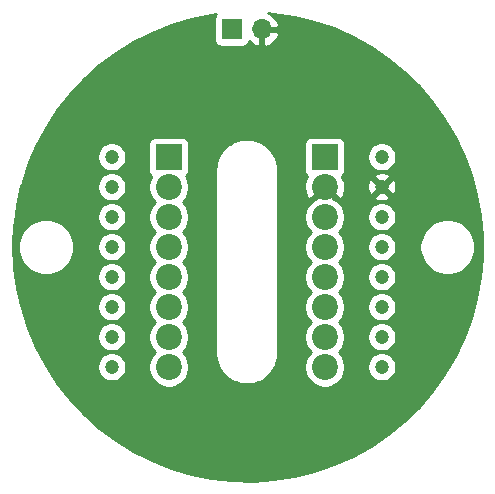
<source format=gtl>
%TF.GenerationSoftware,KiCad,Pcbnew,(5.1.9-0-10_14)*%
%TF.CreationDate,2024-01-22T23:17:15+01:00*%
%TF.ProjectId,berker-sensor,6265726b-6572-42d7-9365-6e736f722e6b,rev?*%
%TF.SameCoordinates,Original*%
%TF.FileFunction,Copper,L1,Top*%
%TF.FilePolarity,Positive*%
%FSLAX46Y46*%
G04 Gerber Fmt 4.6, Leading zero omitted, Abs format (unit mm)*
G04 Created by KiCad (PCBNEW (5.1.9-0-10_14)) date 2024-01-22 23:17:15*
%MOMM*%
%LPD*%
G01*
G04 APERTURE LIST*
%TA.AperFunction,ComponentPad*%
%ADD10C,1.200000*%
%TD*%
%TA.AperFunction,ComponentPad*%
%ADD11O,1.700000X1.700000*%
%TD*%
%TA.AperFunction,ComponentPad*%
%ADD12R,1.700000X1.700000*%
%TD*%
%TA.AperFunction,ComponentPad*%
%ADD13C,2.200000*%
%TD*%
%TA.AperFunction,ComponentPad*%
%ADD14R,2.200000X2.200000*%
%TD*%
%TA.AperFunction,Conductor*%
%ADD15C,0.254000*%
%TD*%
%TA.AperFunction,Conductor*%
%ADD16C,0.100000*%
%TD*%
G04 APERTURE END LIST*
D10*
%TO.P,U1,8*%
%TO.N,Net-(J4-Pad8)*%
X11430000Y-10160000D03*
%TO.P,U1,9*%
%TO.N,Net-(J3-Pad8)*%
X-11430000Y-10160000D03*
%TO.P,U1,7*%
%TO.N,Net-(J4-Pad7)*%
X11430000Y-7620000D03*
%TO.P,U1,10*%
%TO.N,Net-(J3-Pad7)*%
X-11430000Y-7620000D03*
%TO.P,U1,6*%
%TO.N,Net-(J4-Pad6)*%
X11430000Y-5080000D03*
%TO.P,U1,11*%
%TO.N,Net-(J3-Pad6)*%
X-11430000Y-5080000D03*
%TO.P,U1,5*%
%TO.N,Net-(J4-Pad5)*%
X11430000Y-2540000D03*
%TO.P,U1,12*%
%TO.N,Net-(J3-Pad5)*%
X-11430000Y-2540000D03*
%TO.P,U1,4*%
%TO.N,Net-(J4-Pad4)*%
X11430000Y0D03*
%TO.P,U1,13*%
%TO.N,Net-(J3-Pad4)*%
X-11430000Y0D03*
%TO.P,U1,3*%
%TO.N,Net-(J4-Pad3)*%
X11430000Y2540000D03*
%TO.P,U1,14*%
%TO.N,Net-(J3-Pad3)*%
X-11430000Y2540000D03*
%TO.P,U1,2*%
%TO.N,GND*%
X11430000Y5080000D03*
%TO.P,U1,15*%
%TO.N,Net-(J3-Pad2)*%
X-11430000Y5080000D03*
%TO.P,U1,1*%
%TO.N,Net-(J4-Pad1)*%
X11430000Y7620000D03*
%TO.P,U1,16*%
%TO.N,+3V3*%
X-11430000Y7620000D03*
%TD*%
D11*
%TO.P,J1,2*%
%TO.N,GND*%
X1280000Y18400000D03*
D12*
%TO.P,J1,1*%
%TO.N,+3V3*%
X-1260000Y18400000D03*
%TD*%
D13*
%TO.P,J4,8*%
%TO.N,Net-(J4-Pad8)*%
X6600000Y-10180000D03*
%TO.P,J4,7*%
%TO.N,Net-(J4-Pad7)*%
X6600000Y-7640000D03*
%TO.P,J4,6*%
%TO.N,Net-(J4-Pad6)*%
X6600000Y-5100000D03*
%TO.P,J4,5*%
%TO.N,Net-(J4-Pad5)*%
X6600000Y-2560000D03*
%TO.P,J4,4*%
%TO.N,Net-(J4-Pad4)*%
X6600000Y-20000D03*
%TO.P,J4,3*%
%TO.N,Net-(J4-Pad3)*%
X6600000Y2520000D03*
%TO.P,J4,2*%
%TO.N,GND*%
X6600000Y5060000D03*
D14*
%TO.P,J4,1*%
%TO.N,Net-(J4-Pad1)*%
X6600000Y7600000D03*
%TD*%
D13*
%TO.P,J3,8*%
%TO.N,Net-(J3-Pad8)*%
X-6600000Y-10180000D03*
%TO.P,J3,7*%
%TO.N,Net-(J3-Pad7)*%
X-6600000Y-7640000D03*
%TO.P,J3,6*%
%TO.N,Net-(J3-Pad6)*%
X-6600000Y-5100000D03*
%TO.P,J3,5*%
%TO.N,Net-(J3-Pad5)*%
X-6600000Y-2560000D03*
%TO.P,J3,4*%
%TO.N,Net-(J3-Pad4)*%
X-6600000Y-20000D03*
%TO.P,J3,3*%
%TO.N,Net-(J3-Pad3)*%
X-6600000Y2520000D03*
%TO.P,J3,2*%
%TO.N,Net-(J3-Pad2)*%
X-6600000Y5060000D03*
D14*
%TO.P,J3,1*%
%TO.N,+3V3*%
X-6600000Y7600000D03*
%TD*%
D15*
%TO.N,GND*%
X2270244Y19748979D02*
X4004438Y19478241D01*
X5707919Y19055294D01*
X7367353Y18483449D01*
X8969754Y17767180D01*
X10502581Y16912094D01*
X11953837Y15924882D01*
X13312164Y14813272D01*
X14566931Y13585962D01*
X15708318Y12252559D01*
X16727393Y10823497D01*
X17616179Y9309962D01*
X18367721Y7723799D01*
X18976137Y6077421D01*
X19436664Y4383714D01*
X19745700Y2655933D01*
X19900825Y907600D01*
X19900825Y-847600D01*
X19745700Y-2595933D01*
X19436664Y-4323714D01*
X18976137Y-6017421D01*
X18367721Y-7663799D01*
X17616179Y-9249962D01*
X16727393Y-10763497D01*
X15708318Y-12192559D01*
X14566931Y-13525962D01*
X13312164Y-14753272D01*
X11953837Y-15864882D01*
X10502581Y-16852094D01*
X8969754Y-17707180D01*
X7367353Y-18423449D01*
X5707919Y-18995294D01*
X4004438Y-19418241D01*
X2270244Y-19688979D01*
X518908Y-19805389D01*
X-1235864Y-19766560D01*
X-2980336Y-19572796D01*
X-4700858Y-19225614D01*
X-6383963Y-18727731D01*
X-8016478Y-18083043D01*
X-9585628Y-17296596D01*
X-11079131Y-16374544D01*
X-12485299Y-15324105D01*
X-13793126Y-14153499D01*
X-14992377Y-12871889D01*
X-16073666Y-11489303D01*
X-17014397Y-10038363D01*
X-12665000Y-10038363D01*
X-12665000Y-10281637D01*
X-12617540Y-10520236D01*
X-12524443Y-10744992D01*
X-12389287Y-10947267D01*
X-12217267Y-11119287D01*
X-12014992Y-11254443D01*
X-11790236Y-11347540D01*
X-11551637Y-11395000D01*
X-11308363Y-11395000D01*
X-11069764Y-11347540D01*
X-10845008Y-11254443D01*
X-10642733Y-11119287D01*
X-10470713Y-10947267D01*
X-10335557Y-10744992D01*
X-10242460Y-10520236D01*
X-10195000Y-10281637D01*
X-10195000Y-10038363D01*
X-10242460Y-9799764D01*
X-10335557Y-9575008D01*
X-10470713Y-9372733D01*
X-10642733Y-9200713D01*
X-10845008Y-9065557D01*
X-11069764Y-8972460D01*
X-11308363Y-8925000D01*
X-11551637Y-8925000D01*
X-11790236Y-8972460D01*
X-12014992Y-9065557D01*
X-12217267Y-9200713D01*
X-12389287Y-9372733D01*
X-12524443Y-9575008D01*
X-12617540Y-9799764D01*
X-12665000Y-10038363D01*
X-17014397Y-10038363D01*
X-17028532Y-10016563D01*
X-17849499Y-8465195D01*
X-18256253Y-7498363D01*
X-12665000Y-7498363D01*
X-12665000Y-7741637D01*
X-12617540Y-7980236D01*
X-12524443Y-8204992D01*
X-12389287Y-8407267D01*
X-12217267Y-8579287D01*
X-12014992Y-8714443D01*
X-11790236Y-8807540D01*
X-11551637Y-8855000D01*
X-11308363Y-8855000D01*
X-11069764Y-8807540D01*
X-10845008Y-8714443D01*
X-10642733Y-8579287D01*
X-10470713Y-8407267D01*
X-10335557Y-8204992D01*
X-10242460Y-7980236D01*
X-10195000Y-7741637D01*
X-10195000Y-7498363D01*
X-10242460Y-7259764D01*
X-10335557Y-7035008D01*
X-10470713Y-6832733D01*
X-10642733Y-6660713D01*
X-10845008Y-6525557D01*
X-11069764Y-6432460D01*
X-11308363Y-6385000D01*
X-11551637Y-6385000D01*
X-11790236Y-6432460D01*
X-12014992Y-6525557D01*
X-12217267Y-6660713D01*
X-12389287Y-6832733D01*
X-12524443Y-7035008D01*
X-12617540Y-7259764D01*
X-12665000Y-7498363D01*
X-18256253Y-7498363D01*
X-18530144Y-6847341D01*
X-19065139Y-5175662D01*
X-19114014Y-4958363D01*
X-12665000Y-4958363D01*
X-12665000Y-5201637D01*
X-12617540Y-5440236D01*
X-12524443Y-5664992D01*
X-12389287Y-5867267D01*
X-12217267Y-6039287D01*
X-12014992Y-6174443D01*
X-11790236Y-6267540D01*
X-11551637Y-6315000D01*
X-11308363Y-6315000D01*
X-11069764Y-6267540D01*
X-10845008Y-6174443D01*
X-10642733Y-6039287D01*
X-10470713Y-5867267D01*
X-10335557Y-5664992D01*
X-10242460Y-5440236D01*
X-10195000Y-5201637D01*
X-10195000Y-4958363D01*
X-10242460Y-4719764D01*
X-10335557Y-4495008D01*
X-10470713Y-4292733D01*
X-10642733Y-4120713D01*
X-10845008Y-3985557D01*
X-11069764Y-3892460D01*
X-11308363Y-3845000D01*
X-11551637Y-3845000D01*
X-11790236Y-3892460D01*
X-12014992Y-3985557D01*
X-12217267Y-4120713D01*
X-12389287Y-4292733D01*
X-12524443Y-4495008D01*
X-12617540Y-4719764D01*
X-12665000Y-4958363D01*
X-19114014Y-4958363D01*
X-19450298Y-3463242D01*
X-19589819Y-2418363D01*
X-12665000Y-2418363D01*
X-12665000Y-2661637D01*
X-12617540Y-2900236D01*
X-12524443Y-3124992D01*
X-12389287Y-3327267D01*
X-12217267Y-3499287D01*
X-12014992Y-3634443D01*
X-11790236Y-3727540D01*
X-11551637Y-3775000D01*
X-11308363Y-3775000D01*
X-11069764Y-3727540D01*
X-10845008Y-3634443D01*
X-10642733Y-3499287D01*
X-10470713Y-3327267D01*
X-10335557Y-3124992D01*
X-10242460Y-2900236D01*
X-10195000Y-2661637D01*
X-10195000Y-2418363D01*
X-10242460Y-2179764D01*
X-10335557Y-1955008D01*
X-10470713Y-1752733D01*
X-10642733Y-1580713D01*
X-10845008Y-1445557D01*
X-11069764Y-1352460D01*
X-11308363Y-1305000D01*
X-11551637Y-1305000D01*
X-11790236Y-1352460D01*
X-12014992Y-1445557D01*
X-12217267Y-1580713D01*
X-12389287Y-1752733D01*
X-12524443Y-1955008D01*
X-12617540Y-2179764D01*
X-12665000Y-2418363D01*
X-19589819Y-2418363D01*
X-19682606Y-1723483D01*
X-19760244Y30000D01*
X-19751244Y233281D01*
X-19368540Y233281D01*
X-19368540Y-233281D01*
X-19277518Y-690878D01*
X-19098973Y-1121924D01*
X-18839765Y-1509856D01*
X-18509856Y-1839765D01*
X-18121924Y-2098973D01*
X-17690878Y-2277518D01*
X-17233281Y-2368540D01*
X-16766719Y-2368540D01*
X-16309122Y-2277518D01*
X-15878076Y-2098973D01*
X-15490144Y-1839765D01*
X-15160235Y-1509856D01*
X-14901027Y-1121924D01*
X-14722482Y-690878D01*
X-14631460Y-233281D01*
X-14631460Y121637D01*
X-12665000Y121637D01*
X-12665000Y-121637D01*
X-12617540Y-360236D01*
X-12524443Y-584992D01*
X-12389287Y-787267D01*
X-12217267Y-959287D01*
X-12014992Y-1094443D01*
X-11790236Y-1187540D01*
X-11551637Y-1235000D01*
X-11308363Y-1235000D01*
X-11069764Y-1187540D01*
X-10845008Y-1094443D01*
X-10642733Y-959287D01*
X-10470713Y-787267D01*
X-10335557Y-584992D01*
X-10242460Y-360236D01*
X-10195000Y-121637D01*
X-10195000Y121637D01*
X-10242460Y360236D01*
X-10335557Y584992D01*
X-10470713Y787267D01*
X-10642733Y959287D01*
X-10845008Y1094443D01*
X-11069764Y1187540D01*
X-11308363Y1235000D01*
X-11551637Y1235000D01*
X-11790236Y1187540D01*
X-12014992Y1094443D01*
X-12217267Y959287D01*
X-12389287Y787267D01*
X-12524443Y584992D01*
X-12617540Y360236D01*
X-12665000Y121637D01*
X-14631460Y121637D01*
X-14631460Y233281D01*
X-14722482Y690878D01*
X-14901027Y1121924D01*
X-15160235Y1509856D01*
X-15490144Y1839765D01*
X-15878076Y2098973D01*
X-16309122Y2277518D01*
X-16766719Y2368540D01*
X-17233281Y2368540D01*
X-17690878Y2277518D01*
X-18121924Y2098973D01*
X-18509856Y1839765D01*
X-18839765Y1509856D01*
X-19098973Y1121924D01*
X-19277518Y690878D01*
X-19368540Y233281D01*
X-19751244Y233281D01*
X-19682606Y1783483D01*
X-19565348Y2661637D01*
X-12665000Y2661637D01*
X-12665000Y2418363D01*
X-12617540Y2179764D01*
X-12524443Y1955008D01*
X-12389287Y1752733D01*
X-12217267Y1580713D01*
X-12014992Y1445557D01*
X-11790236Y1352460D01*
X-11551637Y1305000D01*
X-11308363Y1305000D01*
X-11069764Y1352460D01*
X-10845008Y1445557D01*
X-10642733Y1580713D01*
X-10470713Y1752733D01*
X-10335557Y1955008D01*
X-10242460Y2179764D01*
X-10195000Y2418363D01*
X-10195000Y2661637D01*
X-10242460Y2900236D01*
X-10335557Y3124992D01*
X-10470713Y3327267D01*
X-10642733Y3499287D01*
X-10845008Y3634443D01*
X-11069764Y3727540D01*
X-11308363Y3775000D01*
X-11551637Y3775000D01*
X-11790236Y3727540D01*
X-12014992Y3634443D01*
X-12217267Y3499287D01*
X-12389287Y3327267D01*
X-12524443Y3124992D01*
X-12617540Y2900236D01*
X-12665000Y2661637D01*
X-19565348Y2661637D01*
X-19450298Y3523242D01*
X-19072792Y5201637D01*
X-12665000Y5201637D01*
X-12665000Y4958363D01*
X-12617540Y4719764D01*
X-12524443Y4495008D01*
X-12389287Y4292733D01*
X-12217267Y4120713D01*
X-12014992Y3985557D01*
X-11790236Y3892460D01*
X-11551637Y3845000D01*
X-11308363Y3845000D01*
X-11069764Y3892460D01*
X-10845008Y3985557D01*
X-10642733Y4120713D01*
X-10470713Y4292733D01*
X-10335557Y4495008D01*
X-10242460Y4719764D01*
X-10195000Y4958363D01*
X-10195000Y5201637D01*
X-10242460Y5440236D01*
X-10335557Y5664992D01*
X-10470713Y5867267D01*
X-10642733Y6039287D01*
X-10845008Y6174443D01*
X-11069764Y6267540D01*
X-11308363Y6315000D01*
X-11551637Y6315000D01*
X-11790236Y6267540D01*
X-12014992Y6174443D01*
X-12217267Y6039287D01*
X-12389287Y5867267D01*
X-12524443Y5664992D01*
X-12617540Y5440236D01*
X-12665000Y5201637D01*
X-19072792Y5201637D01*
X-19065139Y5235662D01*
X-18530144Y6907341D01*
X-18179149Y7741637D01*
X-12665000Y7741637D01*
X-12665000Y7498363D01*
X-12617540Y7259764D01*
X-12524443Y7035008D01*
X-12389287Y6832733D01*
X-12217267Y6660713D01*
X-12014992Y6525557D01*
X-11790236Y6432460D01*
X-11551637Y6385000D01*
X-11308363Y6385000D01*
X-11069764Y6432460D01*
X-10845008Y6525557D01*
X-10642733Y6660713D01*
X-10470713Y6832733D01*
X-10335557Y7035008D01*
X-10242460Y7259764D01*
X-10195000Y7498363D01*
X-10195000Y7741637D01*
X-10242460Y7980236D01*
X-10335557Y8204992D01*
X-10470713Y8407267D01*
X-10642733Y8579287D01*
X-10823392Y8700000D01*
X-8338072Y8700000D01*
X-8338072Y6500000D01*
X-8325812Y6375518D01*
X-8289502Y6255820D01*
X-8230537Y6145506D01*
X-8151185Y6048815D01*
X-8070310Y5982443D01*
X-8137537Y5881831D01*
X-8268325Y5566081D01*
X-8335000Y5230883D01*
X-8335000Y4889117D01*
X-8268325Y4553919D01*
X-8137537Y4238169D01*
X-7947663Y3954002D01*
X-7783661Y3790000D01*
X-7947663Y3625998D01*
X-8137537Y3341831D01*
X-8268325Y3026081D01*
X-8335000Y2690883D01*
X-8335000Y2349117D01*
X-8268325Y2013919D01*
X-8137537Y1698169D01*
X-7947663Y1414002D01*
X-7783661Y1250000D01*
X-7947663Y1085998D01*
X-8137537Y801831D01*
X-8268325Y486081D01*
X-8335000Y150883D01*
X-8335000Y-190883D01*
X-8268325Y-526081D01*
X-8137537Y-841831D01*
X-7947663Y-1125998D01*
X-7783661Y-1290000D01*
X-7947663Y-1454002D01*
X-8137537Y-1738169D01*
X-8268325Y-2053919D01*
X-8335000Y-2389117D01*
X-8335000Y-2730883D01*
X-8268325Y-3066081D01*
X-8137537Y-3381831D01*
X-7947663Y-3665998D01*
X-7783661Y-3830000D01*
X-7947663Y-3994002D01*
X-8137537Y-4278169D01*
X-8268325Y-4593919D01*
X-8335000Y-4929117D01*
X-8335000Y-5270883D01*
X-8268325Y-5606081D01*
X-8137537Y-5921831D01*
X-7947663Y-6205998D01*
X-7783661Y-6370000D01*
X-7947663Y-6534002D01*
X-8137537Y-6818169D01*
X-8268325Y-7133919D01*
X-8335000Y-7469117D01*
X-8335000Y-7810883D01*
X-8268325Y-8146081D01*
X-8137537Y-8461831D01*
X-7947663Y-8745998D01*
X-7783661Y-8910000D01*
X-7947663Y-9074002D01*
X-8137537Y-9358169D01*
X-8268325Y-9673919D01*
X-8335000Y-10009117D01*
X-8335000Y-10350883D01*
X-8268325Y-10686081D01*
X-8137537Y-11001831D01*
X-7947663Y-11285998D01*
X-7705998Y-11527663D01*
X-7421831Y-11717537D01*
X-7106081Y-11848325D01*
X-6770883Y-11915000D01*
X-6429117Y-11915000D01*
X-6093919Y-11848325D01*
X-5778169Y-11717537D01*
X-5494002Y-11527663D01*
X-5252337Y-11285998D01*
X-5062463Y-11001831D01*
X-4931675Y-10686081D01*
X-4865000Y-10350883D01*
X-4865000Y-10009117D01*
X-4931675Y-9673919D01*
X-5062463Y-9358169D01*
X-5252337Y-9074002D01*
X-5416339Y-8910000D01*
X-5252337Y-8745998D01*
X-5062463Y-8461831D01*
X-4931675Y-8146081D01*
X-4865000Y-7810883D01*
X-4865000Y-7469117D01*
X-4931675Y-7133919D01*
X-5062463Y-6818169D01*
X-5252337Y-6534002D01*
X-5416339Y-6370000D01*
X-5252337Y-6205998D01*
X-5062463Y-5921831D01*
X-4931675Y-5606081D01*
X-4865000Y-5270883D01*
X-4865000Y-4929117D01*
X-4931675Y-4593919D01*
X-5062463Y-4278169D01*
X-5252337Y-3994002D01*
X-5416339Y-3830000D01*
X-5252337Y-3665998D01*
X-5062463Y-3381831D01*
X-4931675Y-3066081D01*
X-4865000Y-2730883D01*
X-4865000Y-2389117D01*
X-4931675Y-2053919D01*
X-5062463Y-1738169D01*
X-5252337Y-1454002D01*
X-5416339Y-1290000D01*
X-5252337Y-1125998D01*
X-5062463Y-841831D01*
X-4931675Y-526081D01*
X-4865000Y-190883D01*
X-4865000Y150883D01*
X-4931675Y486081D01*
X-5062463Y801831D01*
X-5252337Y1085998D01*
X-5416339Y1250000D01*
X-5252337Y1414002D01*
X-5062463Y1698169D01*
X-4931675Y2013919D01*
X-4865000Y2349117D01*
X-4865000Y2690883D01*
X-4931675Y3026081D01*
X-5062463Y3341831D01*
X-5252337Y3625998D01*
X-5416339Y3790000D01*
X-5252337Y3954002D01*
X-5062463Y4238169D01*
X-4931675Y4553919D01*
X-4865000Y4889117D01*
X-4865000Y5230883D01*
X-4931675Y5566081D01*
X-5062463Y5881831D01*
X-5129690Y5982443D01*
X-5048815Y6048815D01*
X-4969463Y6145506D01*
X-4910498Y6255820D01*
X-4874188Y6375518D01*
X-4861928Y6500000D01*
X-4861928Y6532418D01*
X-2660000Y6532418D01*
X-2659999Y-9032419D01*
X-2656655Y-9066372D01*
X-2656655Y-9092329D01*
X-2655692Y-9101494D01*
X-2612182Y-9489393D01*
X-2599751Y-9547873D01*
X-2588127Y-9606583D01*
X-2585401Y-9615386D01*
X-2467377Y-9987447D01*
X-2443811Y-10042430D01*
X-2421016Y-10097736D01*
X-2416633Y-10105842D01*
X-2228589Y-10447892D01*
X-2194812Y-10497221D01*
X-2161691Y-10547074D01*
X-2155816Y-10554174D01*
X-1904916Y-10853185D01*
X-1862186Y-10895029D01*
X-1820027Y-10937484D01*
X-1812886Y-10943308D01*
X-1508684Y-11187892D01*
X-1458639Y-11220640D01*
X-1409038Y-11254097D01*
X-1400901Y-11258423D01*
X-1054989Y-11439262D01*
X-999540Y-11461665D01*
X-944381Y-11484852D01*
X-935559Y-11487515D01*
X-561109Y-11597722D01*
X-502379Y-11608925D01*
X-443750Y-11620960D01*
X-434579Y-11621859D01*
X-45853Y-11657235D01*
X13964Y-11656817D01*
X73781Y-11657235D01*
X82952Y-11656335D01*
X82954Y-11656335D01*
X471145Y-11615534D01*
X529708Y-11603513D01*
X588501Y-11592298D01*
X597323Y-11589634D01*
X970198Y-11474210D01*
X1025353Y-11451025D01*
X1080806Y-11428621D01*
X1088943Y-11424294D01*
X1432298Y-11238643D01*
X1481849Y-11205220D01*
X1531946Y-11172438D01*
X1539087Y-11166613D01*
X1839841Y-10917806D01*
X1881981Y-10875371D01*
X1924730Y-10833508D01*
X1930604Y-10826408D01*
X2177305Y-10523923D01*
X2210409Y-10474096D01*
X2244204Y-10424741D01*
X2248587Y-10416635D01*
X2431837Y-10071993D01*
X2454631Y-10016689D01*
X2478198Y-9961705D01*
X2480923Y-9952902D01*
X2593741Y-9579230D01*
X2605361Y-9520542D01*
X2617797Y-9462039D01*
X2618760Y-9452874D01*
X2656850Y-9064405D01*
X2656850Y-9064402D01*
X2660000Y-9032419D01*
X2660000Y2690883D01*
X4865000Y2690883D01*
X4865000Y2349117D01*
X4931675Y2013919D01*
X5062463Y1698169D01*
X5252337Y1414002D01*
X5416339Y1250000D01*
X5252337Y1085998D01*
X5062463Y801831D01*
X4931675Y486081D01*
X4865000Y150883D01*
X4865000Y-190883D01*
X4931675Y-526081D01*
X5062463Y-841831D01*
X5252337Y-1125998D01*
X5416339Y-1290000D01*
X5252337Y-1454002D01*
X5062463Y-1738169D01*
X4931675Y-2053919D01*
X4865000Y-2389117D01*
X4865000Y-2730883D01*
X4931675Y-3066081D01*
X5062463Y-3381831D01*
X5252337Y-3665998D01*
X5416339Y-3830000D01*
X5252337Y-3994002D01*
X5062463Y-4278169D01*
X4931675Y-4593919D01*
X4865000Y-4929117D01*
X4865000Y-5270883D01*
X4931675Y-5606081D01*
X5062463Y-5921831D01*
X5252337Y-6205998D01*
X5416339Y-6370000D01*
X5252337Y-6534002D01*
X5062463Y-6818169D01*
X4931675Y-7133919D01*
X4865000Y-7469117D01*
X4865000Y-7810883D01*
X4931675Y-8146081D01*
X5062463Y-8461831D01*
X5252337Y-8745998D01*
X5416339Y-8910000D01*
X5252337Y-9074002D01*
X5062463Y-9358169D01*
X4931675Y-9673919D01*
X4865000Y-10009117D01*
X4865000Y-10350883D01*
X4931675Y-10686081D01*
X5062463Y-11001831D01*
X5252337Y-11285998D01*
X5494002Y-11527663D01*
X5778169Y-11717537D01*
X6093919Y-11848325D01*
X6429117Y-11915000D01*
X6770883Y-11915000D01*
X7106081Y-11848325D01*
X7421831Y-11717537D01*
X7705998Y-11527663D01*
X7947663Y-11285998D01*
X8137537Y-11001831D01*
X8268325Y-10686081D01*
X8335000Y-10350883D01*
X8335000Y-10038363D01*
X10195000Y-10038363D01*
X10195000Y-10281637D01*
X10242460Y-10520236D01*
X10335557Y-10744992D01*
X10470713Y-10947267D01*
X10642733Y-11119287D01*
X10845008Y-11254443D01*
X11069764Y-11347540D01*
X11308363Y-11395000D01*
X11551637Y-11395000D01*
X11790236Y-11347540D01*
X12014992Y-11254443D01*
X12217267Y-11119287D01*
X12389287Y-10947267D01*
X12524443Y-10744992D01*
X12617540Y-10520236D01*
X12665000Y-10281637D01*
X12665000Y-10038363D01*
X12617540Y-9799764D01*
X12524443Y-9575008D01*
X12389287Y-9372733D01*
X12217267Y-9200713D01*
X12014992Y-9065557D01*
X11790236Y-8972460D01*
X11551637Y-8925000D01*
X11308363Y-8925000D01*
X11069764Y-8972460D01*
X10845008Y-9065557D01*
X10642733Y-9200713D01*
X10470713Y-9372733D01*
X10335557Y-9575008D01*
X10242460Y-9799764D01*
X10195000Y-10038363D01*
X8335000Y-10038363D01*
X8335000Y-10009117D01*
X8268325Y-9673919D01*
X8137537Y-9358169D01*
X7947663Y-9074002D01*
X7783661Y-8910000D01*
X7947663Y-8745998D01*
X8137537Y-8461831D01*
X8268325Y-8146081D01*
X8335000Y-7810883D01*
X8335000Y-7498363D01*
X10195000Y-7498363D01*
X10195000Y-7741637D01*
X10242460Y-7980236D01*
X10335557Y-8204992D01*
X10470713Y-8407267D01*
X10642733Y-8579287D01*
X10845008Y-8714443D01*
X11069764Y-8807540D01*
X11308363Y-8855000D01*
X11551637Y-8855000D01*
X11790236Y-8807540D01*
X12014992Y-8714443D01*
X12217267Y-8579287D01*
X12389287Y-8407267D01*
X12524443Y-8204992D01*
X12617540Y-7980236D01*
X12665000Y-7741637D01*
X12665000Y-7498363D01*
X12617540Y-7259764D01*
X12524443Y-7035008D01*
X12389287Y-6832733D01*
X12217267Y-6660713D01*
X12014992Y-6525557D01*
X11790236Y-6432460D01*
X11551637Y-6385000D01*
X11308363Y-6385000D01*
X11069764Y-6432460D01*
X10845008Y-6525557D01*
X10642733Y-6660713D01*
X10470713Y-6832733D01*
X10335557Y-7035008D01*
X10242460Y-7259764D01*
X10195000Y-7498363D01*
X8335000Y-7498363D01*
X8335000Y-7469117D01*
X8268325Y-7133919D01*
X8137537Y-6818169D01*
X7947663Y-6534002D01*
X7783661Y-6370000D01*
X7947663Y-6205998D01*
X8137537Y-5921831D01*
X8268325Y-5606081D01*
X8335000Y-5270883D01*
X8335000Y-4958363D01*
X10195000Y-4958363D01*
X10195000Y-5201637D01*
X10242460Y-5440236D01*
X10335557Y-5664992D01*
X10470713Y-5867267D01*
X10642733Y-6039287D01*
X10845008Y-6174443D01*
X11069764Y-6267540D01*
X11308363Y-6315000D01*
X11551637Y-6315000D01*
X11790236Y-6267540D01*
X12014992Y-6174443D01*
X12217267Y-6039287D01*
X12389287Y-5867267D01*
X12524443Y-5664992D01*
X12617540Y-5440236D01*
X12665000Y-5201637D01*
X12665000Y-4958363D01*
X12617540Y-4719764D01*
X12524443Y-4495008D01*
X12389287Y-4292733D01*
X12217267Y-4120713D01*
X12014992Y-3985557D01*
X11790236Y-3892460D01*
X11551637Y-3845000D01*
X11308363Y-3845000D01*
X11069764Y-3892460D01*
X10845008Y-3985557D01*
X10642733Y-4120713D01*
X10470713Y-4292733D01*
X10335557Y-4495008D01*
X10242460Y-4719764D01*
X10195000Y-4958363D01*
X8335000Y-4958363D01*
X8335000Y-4929117D01*
X8268325Y-4593919D01*
X8137537Y-4278169D01*
X7947663Y-3994002D01*
X7783661Y-3830000D01*
X7947663Y-3665998D01*
X8137537Y-3381831D01*
X8268325Y-3066081D01*
X8335000Y-2730883D01*
X8335000Y-2418363D01*
X10195000Y-2418363D01*
X10195000Y-2661637D01*
X10242460Y-2900236D01*
X10335557Y-3124992D01*
X10470713Y-3327267D01*
X10642733Y-3499287D01*
X10845008Y-3634443D01*
X11069764Y-3727540D01*
X11308363Y-3775000D01*
X11551637Y-3775000D01*
X11790236Y-3727540D01*
X12014992Y-3634443D01*
X12217267Y-3499287D01*
X12389287Y-3327267D01*
X12524443Y-3124992D01*
X12617540Y-2900236D01*
X12665000Y-2661637D01*
X12665000Y-2418363D01*
X12617540Y-2179764D01*
X12524443Y-1955008D01*
X12389287Y-1752733D01*
X12217267Y-1580713D01*
X12014992Y-1445557D01*
X11790236Y-1352460D01*
X11551637Y-1305000D01*
X11308363Y-1305000D01*
X11069764Y-1352460D01*
X10845008Y-1445557D01*
X10642733Y-1580713D01*
X10470713Y-1752733D01*
X10335557Y-1955008D01*
X10242460Y-2179764D01*
X10195000Y-2418363D01*
X8335000Y-2418363D01*
X8335000Y-2389117D01*
X8268325Y-2053919D01*
X8137537Y-1738169D01*
X7947663Y-1454002D01*
X7783661Y-1290000D01*
X7947663Y-1125998D01*
X8137537Y-841831D01*
X8268325Y-526081D01*
X8335000Y-190883D01*
X8335000Y121637D01*
X10195000Y121637D01*
X10195000Y-121637D01*
X10242460Y-360236D01*
X10335557Y-584992D01*
X10470713Y-787267D01*
X10642733Y-959287D01*
X10845008Y-1094443D01*
X11069764Y-1187540D01*
X11308363Y-1235000D01*
X11551637Y-1235000D01*
X11790236Y-1187540D01*
X12014992Y-1094443D01*
X12217267Y-959287D01*
X12389287Y-787267D01*
X12524443Y-584992D01*
X12617540Y-360236D01*
X12665000Y-121637D01*
X12665000Y121637D01*
X12642793Y233281D01*
X14631460Y233281D01*
X14631460Y-233281D01*
X14722482Y-690878D01*
X14901027Y-1121924D01*
X15160235Y-1509856D01*
X15490144Y-1839765D01*
X15878076Y-2098973D01*
X16309122Y-2277518D01*
X16766719Y-2368540D01*
X17233281Y-2368540D01*
X17690878Y-2277518D01*
X18121924Y-2098973D01*
X18509856Y-1839765D01*
X18839765Y-1509856D01*
X19098973Y-1121924D01*
X19277518Y-690878D01*
X19368540Y-233281D01*
X19368540Y233281D01*
X19277518Y690878D01*
X19098973Y1121924D01*
X18839765Y1509856D01*
X18509856Y1839765D01*
X18121924Y2098973D01*
X17690878Y2277518D01*
X17233281Y2368540D01*
X16766719Y2368540D01*
X16309122Y2277518D01*
X15878076Y2098973D01*
X15490144Y1839765D01*
X15160235Y1509856D01*
X14901027Y1121924D01*
X14722482Y690878D01*
X14631460Y233281D01*
X12642793Y233281D01*
X12617540Y360236D01*
X12524443Y584992D01*
X12389287Y787267D01*
X12217267Y959287D01*
X12014992Y1094443D01*
X11790236Y1187540D01*
X11551637Y1235000D01*
X11308363Y1235000D01*
X11069764Y1187540D01*
X10845008Y1094443D01*
X10642733Y959287D01*
X10470713Y787267D01*
X10335557Y584992D01*
X10242460Y360236D01*
X10195000Y121637D01*
X8335000Y121637D01*
X8335000Y150883D01*
X8268325Y486081D01*
X8137537Y801831D01*
X7947663Y1085998D01*
X7783661Y1250000D01*
X7947663Y1414002D01*
X8137537Y1698169D01*
X8268325Y2013919D01*
X8335000Y2349117D01*
X8335000Y2661637D01*
X10195000Y2661637D01*
X10195000Y2418363D01*
X10242460Y2179764D01*
X10335557Y1955008D01*
X10470713Y1752733D01*
X10642733Y1580713D01*
X10845008Y1445557D01*
X11069764Y1352460D01*
X11308363Y1305000D01*
X11551637Y1305000D01*
X11790236Y1352460D01*
X12014992Y1445557D01*
X12217267Y1580713D01*
X12389287Y1752733D01*
X12524443Y1955008D01*
X12617540Y2179764D01*
X12665000Y2418363D01*
X12665000Y2661637D01*
X12617540Y2900236D01*
X12524443Y3124992D01*
X12389287Y3327267D01*
X12217267Y3499287D01*
X12014992Y3634443D01*
X11790236Y3727540D01*
X11551637Y3775000D01*
X11308363Y3775000D01*
X11069764Y3727540D01*
X10845008Y3634443D01*
X10642733Y3499287D01*
X10470713Y3327267D01*
X10335557Y3124992D01*
X10242460Y2900236D01*
X10195000Y2661637D01*
X8335000Y2661637D01*
X8335000Y2690883D01*
X8268325Y3026081D01*
X8137537Y3341831D01*
X7947663Y3625998D01*
X7705998Y3867663D01*
X7424926Y4055469D01*
X6600000Y4880395D01*
X5775074Y4055469D01*
X5494002Y3867663D01*
X5252337Y3625998D01*
X5062463Y3341831D01*
X4931675Y3026081D01*
X4865000Y2690883D01*
X2660000Y2690883D01*
X2660000Y5001361D01*
X4857591Y5001361D01*
X4902511Y4662561D01*
X5012664Y4339034D01*
X5118662Y4140726D01*
X5393288Y4032893D01*
X6420395Y5060000D01*
X6406253Y5074143D01*
X6585858Y5253748D01*
X6600000Y5239605D01*
X6614143Y5253748D01*
X6793748Y5074143D01*
X6779605Y5060000D01*
X7806712Y4032893D01*
X8081338Y4140726D01*
X8125377Y4230236D01*
X10759841Y4230236D01*
X10807148Y4006652D01*
X11028516Y3905763D01*
X11265313Y3850000D01*
X11508438Y3841505D01*
X11748549Y3880605D01*
X11976418Y3965798D01*
X12052852Y4006652D01*
X12100159Y4230236D01*
X11430000Y4900395D01*
X10759841Y4230236D01*
X8125377Y4230236D01*
X8232216Y4447384D01*
X8320369Y4777585D01*
X8334843Y5001562D01*
X10191505Y5001562D01*
X10230605Y4761451D01*
X10315798Y4533582D01*
X10356652Y4457148D01*
X10580236Y4409841D01*
X11250395Y5080000D01*
X11609605Y5080000D01*
X12279764Y4409841D01*
X12503348Y4457148D01*
X12604237Y4678516D01*
X12660000Y4915313D01*
X12668495Y5158438D01*
X12629395Y5398549D01*
X12544202Y5626418D01*
X12503348Y5702852D01*
X12279764Y5750159D01*
X11609605Y5080000D01*
X11250395Y5080000D01*
X10580236Y5750159D01*
X10356652Y5702852D01*
X10255763Y5481484D01*
X10200000Y5244687D01*
X10191505Y5001562D01*
X8334843Y5001562D01*
X8342409Y5118639D01*
X8297489Y5457439D01*
X8187336Y5780966D01*
X8107802Y5929764D01*
X10759841Y5929764D01*
X11430000Y5259605D01*
X12100159Y5929764D01*
X12052852Y6153348D01*
X11831484Y6254237D01*
X11594687Y6310000D01*
X11351562Y6318495D01*
X11111451Y6279395D01*
X10883582Y6194202D01*
X10807148Y6153348D01*
X10759841Y5929764D01*
X8107802Y5929764D01*
X8081338Y5979274D01*
X8071267Y5983228D01*
X8151185Y6048815D01*
X8230537Y6145506D01*
X8289502Y6255820D01*
X8325812Y6375518D01*
X8338072Y6500000D01*
X8338072Y7741637D01*
X10195000Y7741637D01*
X10195000Y7498363D01*
X10242460Y7259764D01*
X10335557Y7035008D01*
X10470713Y6832733D01*
X10642733Y6660713D01*
X10845008Y6525557D01*
X11069764Y6432460D01*
X11308363Y6385000D01*
X11551637Y6385000D01*
X11790236Y6432460D01*
X12014992Y6525557D01*
X12217267Y6660713D01*
X12389287Y6832733D01*
X12524443Y7035008D01*
X12617540Y7259764D01*
X12665000Y7498363D01*
X12665000Y7741637D01*
X12617540Y7980236D01*
X12524443Y8204992D01*
X12389287Y8407267D01*
X12217267Y8579287D01*
X12014992Y8714443D01*
X11790236Y8807540D01*
X11551637Y8855000D01*
X11308363Y8855000D01*
X11069764Y8807540D01*
X10845008Y8714443D01*
X10642733Y8579287D01*
X10470713Y8407267D01*
X10335557Y8204992D01*
X10242460Y7980236D01*
X10195000Y7741637D01*
X8338072Y7741637D01*
X8338072Y8700000D01*
X8325812Y8824482D01*
X8289502Y8944180D01*
X8230537Y9054494D01*
X8151185Y9151185D01*
X8054494Y9230537D01*
X7944180Y9289502D01*
X7824482Y9325812D01*
X7700000Y9338072D01*
X5500000Y9338072D01*
X5375518Y9325812D01*
X5255820Y9289502D01*
X5145506Y9230537D01*
X5048815Y9151185D01*
X4969463Y9054494D01*
X4910498Y8944180D01*
X4874188Y8824482D01*
X4861928Y8700000D01*
X4861928Y6500000D01*
X4874188Y6375518D01*
X4910498Y6255820D01*
X4969463Y6145506D01*
X5048815Y6048815D01*
X5128733Y5983228D01*
X5118662Y5979274D01*
X4967784Y5672616D01*
X4879631Y5342415D01*
X4857591Y5001361D01*
X2660000Y5001361D01*
X2660000Y6532419D01*
X2656655Y6566382D01*
X2656655Y6592329D01*
X2655692Y6601493D01*
X2612182Y6989393D01*
X2599751Y7047873D01*
X2588127Y7106583D01*
X2585401Y7115386D01*
X2467377Y7487447D01*
X2443834Y7542377D01*
X2421017Y7597736D01*
X2416633Y7605842D01*
X2228589Y7947892D01*
X2194823Y7997205D01*
X2161691Y8047074D01*
X2155816Y8054174D01*
X1904916Y8353185D01*
X1862203Y8395013D01*
X1820027Y8437484D01*
X1812886Y8443308D01*
X1508685Y8687892D01*
X1458622Y8720652D01*
X1409038Y8754097D01*
X1400901Y8758423D01*
X1054988Y8939262D01*
X999553Y8961659D01*
X944381Y8984852D01*
X935559Y8987515D01*
X561109Y9097722D01*
X502379Y9108925D01*
X443750Y9120960D01*
X434579Y9121859D01*
X45853Y9157235D01*
X-13964Y9156817D01*
X-73781Y9157235D01*
X-82953Y9156335D01*
X-82955Y9156335D01*
X-471145Y9115534D01*
X-529701Y9103514D01*
X-588502Y9092298D01*
X-597323Y9089634D01*
X-970198Y8974210D01*
X-1025353Y8951025D01*
X-1080806Y8928621D01*
X-1088938Y8924296D01*
X-1088943Y8924294D01*
X-1088947Y8924291D01*
X-1432298Y8738643D01*
X-1481899Y8705187D01*
X-1531946Y8672437D01*
X-1539087Y8666613D01*
X-1839842Y8417806D01*
X-1881981Y8375371D01*
X-1924731Y8333508D01*
X-1930604Y8326407D01*
X-2177305Y8023923D01*
X-2210402Y7974107D01*
X-2244205Y7924741D01*
X-2248587Y7916635D01*
X-2431837Y7571993D01*
X-2454632Y7516687D01*
X-2478198Y7461704D01*
X-2480923Y7452901D01*
X-2593741Y7079230D01*
X-2605361Y7020542D01*
X-2617797Y6962039D01*
X-2618760Y6952874D01*
X-2656850Y6564405D01*
X-2660000Y6532418D01*
X-4861928Y6532418D01*
X-4861928Y8700000D01*
X-4874188Y8824482D01*
X-4910498Y8944180D01*
X-4969463Y9054494D01*
X-5048815Y9151185D01*
X-5145506Y9230537D01*
X-5255820Y9289502D01*
X-5375518Y9325812D01*
X-5500000Y9338072D01*
X-7700000Y9338072D01*
X-7824482Y9325812D01*
X-7944180Y9289502D01*
X-8054494Y9230537D01*
X-8151185Y9151185D01*
X-8230537Y9054494D01*
X-8289502Y8944180D01*
X-8325812Y8824482D01*
X-8338072Y8700000D01*
X-10823392Y8700000D01*
X-10845008Y8714443D01*
X-11069764Y8807540D01*
X-11308363Y8855000D01*
X-11551637Y8855000D01*
X-11790236Y8807540D01*
X-12014992Y8714443D01*
X-12217267Y8579287D01*
X-12389287Y8407267D01*
X-12524443Y8204992D01*
X-12617540Y7980236D01*
X-12665000Y7741637D01*
X-18179149Y7741637D01*
X-17849499Y8525195D01*
X-17028532Y10076563D01*
X-16073666Y11549303D01*
X-14992377Y12931889D01*
X-13793126Y14213499D01*
X-12485299Y15384105D01*
X-11079131Y16434544D01*
X-9585628Y17356596D01*
X-8016478Y18143043D01*
X-6383963Y18787731D01*
X-4700858Y19285614D01*
X-2980336Y19632796D01*
X-2580900Y19677163D01*
X-2640537Y19604494D01*
X-2699502Y19494180D01*
X-2735812Y19374482D01*
X-2748072Y19250000D01*
X-2748072Y17550000D01*
X-2735812Y17425518D01*
X-2699502Y17305820D01*
X-2640537Y17195506D01*
X-2561185Y17098815D01*
X-2464494Y17019463D01*
X-2354180Y16960498D01*
X-2234482Y16924188D01*
X-2110000Y16911928D01*
X-410000Y16911928D01*
X-285518Y16924188D01*
X-165820Y16960498D01*
X-55506Y17019463D01*
X41185Y17098815D01*
X120537Y17195506D01*
X179502Y17305820D01*
X203966Y17386466D01*
X279731Y17302412D01*
X513080Y17128359D01*
X775901Y17003175D01*
X923110Y16958524D01*
X1153000Y17079845D01*
X1153000Y18273000D01*
X1407000Y18273000D01*
X1407000Y17079845D01*
X1636890Y16958524D01*
X1784099Y17003175D01*
X2046920Y17128359D01*
X2280269Y17302412D01*
X2475178Y17518645D01*
X2624157Y17768748D01*
X2721481Y18043109D01*
X2600814Y18273000D01*
X1407000Y18273000D01*
X1153000Y18273000D01*
X1133000Y18273000D01*
X1133000Y18527000D01*
X1153000Y18527000D01*
X1153000Y18547000D01*
X1407000Y18547000D01*
X1407000Y18527000D01*
X2600814Y18527000D01*
X2721481Y18756891D01*
X2624157Y19031252D01*
X2475178Y19281355D01*
X2280269Y19497588D01*
X2046920Y19671641D01*
X1821997Y19778774D01*
X2270244Y19748979D01*
%TA.AperFunction,Conductor*%
D16*
G36*
X2270244Y19748979D02*
G01*
X4004438Y19478241D01*
X5707919Y19055294D01*
X7367353Y18483449D01*
X8969754Y17767180D01*
X10502581Y16912094D01*
X11953837Y15924882D01*
X13312164Y14813272D01*
X14566931Y13585962D01*
X15708318Y12252559D01*
X16727393Y10823497D01*
X17616179Y9309962D01*
X18367721Y7723799D01*
X18976137Y6077421D01*
X19436664Y4383714D01*
X19745700Y2655933D01*
X19900825Y907600D01*
X19900825Y-847600D01*
X19745700Y-2595933D01*
X19436664Y-4323714D01*
X18976137Y-6017421D01*
X18367721Y-7663799D01*
X17616179Y-9249962D01*
X16727393Y-10763497D01*
X15708318Y-12192559D01*
X14566931Y-13525962D01*
X13312164Y-14753272D01*
X11953837Y-15864882D01*
X10502581Y-16852094D01*
X8969754Y-17707180D01*
X7367353Y-18423449D01*
X5707919Y-18995294D01*
X4004438Y-19418241D01*
X2270244Y-19688979D01*
X518908Y-19805389D01*
X-1235864Y-19766560D01*
X-2980336Y-19572796D01*
X-4700858Y-19225614D01*
X-6383963Y-18727731D01*
X-8016478Y-18083043D01*
X-9585628Y-17296596D01*
X-11079131Y-16374544D01*
X-12485299Y-15324105D01*
X-13793126Y-14153499D01*
X-14992377Y-12871889D01*
X-16073666Y-11489303D01*
X-17014397Y-10038363D01*
X-12665000Y-10038363D01*
X-12665000Y-10281637D01*
X-12617540Y-10520236D01*
X-12524443Y-10744992D01*
X-12389287Y-10947267D01*
X-12217267Y-11119287D01*
X-12014992Y-11254443D01*
X-11790236Y-11347540D01*
X-11551637Y-11395000D01*
X-11308363Y-11395000D01*
X-11069764Y-11347540D01*
X-10845008Y-11254443D01*
X-10642733Y-11119287D01*
X-10470713Y-10947267D01*
X-10335557Y-10744992D01*
X-10242460Y-10520236D01*
X-10195000Y-10281637D01*
X-10195000Y-10038363D01*
X-10242460Y-9799764D01*
X-10335557Y-9575008D01*
X-10470713Y-9372733D01*
X-10642733Y-9200713D01*
X-10845008Y-9065557D01*
X-11069764Y-8972460D01*
X-11308363Y-8925000D01*
X-11551637Y-8925000D01*
X-11790236Y-8972460D01*
X-12014992Y-9065557D01*
X-12217267Y-9200713D01*
X-12389287Y-9372733D01*
X-12524443Y-9575008D01*
X-12617540Y-9799764D01*
X-12665000Y-10038363D01*
X-17014397Y-10038363D01*
X-17028532Y-10016563D01*
X-17849499Y-8465195D01*
X-18256253Y-7498363D01*
X-12665000Y-7498363D01*
X-12665000Y-7741637D01*
X-12617540Y-7980236D01*
X-12524443Y-8204992D01*
X-12389287Y-8407267D01*
X-12217267Y-8579287D01*
X-12014992Y-8714443D01*
X-11790236Y-8807540D01*
X-11551637Y-8855000D01*
X-11308363Y-8855000D01*
X-11069764Y-8807540D01*
X-10845008Y-8714443D01*
X-10642733Y-8579287D01*
X-10470713Y-8407267D01*
X-10335557Y-8204992D01*
X-10242460Y-7980236D01*
X-10195000Y-7741637D01*
X-10195000Y-7498363D01*
X-10242460Y-7259764D01*
X-10335557Y-7035008D01*
X-10470713Y-6832733D01*
X-10642733Y-6660713D01*
X-10845008Y-6525557D01*
X-11069764Y-6432460D01*
X-11308363Y-6385000D01*
X-11551637Y-6385000D01*
X-11790236Y-6432460D01*
X-12014992Y-6525557D01*
X-12217267Y-6660713D01*
X-12389287Y-6832733D01*
X-12524443Y-7035008D01*
X-12617540Y-7259764D01*
X-12665000Y-7498363D01*
X-18256253Y-7498363D01*
X-18530144Y-6847341D01*
X-19065139Y-5175662D01*
X-19114014Y-4958363D01*
X-12665000Y-4958363D01*
X-12665000Y-5201637D01*
X-12617540Y-5440236D01*
X-12524443Y-5664992D01*
X-12389287Y-5867267D01*
X-12217267Y-6039287D01*
X-12014992Y-6174443D01*
X-11790236Y-6267540D01*
X-11551637Y-6315000D01*
X-11308363Y-6315000D01*
X-11069764Y-6267540D01*
X-10845008Y-6174443D01*
X-10642733Y-6039287D01*
X-10470713Y-5867267D01*
X-10335557Y-5664992D01*
X-10242460Y-5440236D01*
X-10195000Y-5201637D01*
X-10195000Y-4958363D01*
X-10242460Y-4719764D01*
X-10335557Y-4495008D01*
X-10470713Y-4292733D01*
X-10642733Y-4120713D01*
X-10845008Y-3985557D01*
X-11069764Y-3892460D01*
X-11308363Y-3845000D01*
X-11551637Y-3845000D01*
X-11790236Y-3892460D01*
X-12014992Y-3985557D01*
X-12217267Y-4120713D01*
X-12389287Y-4292733D01*
X-12524443Y-4495008D01*
X-12617540Y-4719764D01*
X-12665000Y-4958363D01*
X-19114014Y-4958363D01*
X-19450298Y-3463242D01*
X-19589819Y-2418363D01*
X-12665000Y-2418363D01*
X-12665000Y-2661637D01*
X-12617540Y-2900236D01*
X-12524443Y-3124992D01*
X-12389287Y-3327267D01*
X-12217267Y-3499287D01*
X-12014992Y-3634443D01*
X-11790236Y-3727540D01*
X-11551637Y-3775000D01*
X-11308363Y-3775000D01*
X-11069764Y-3727540D01*
X-10845008Y-3634443D01*
X-10642733Y-3499287D01*
X-10470713Y-3327267D01*
X-10335557Y-3124992D01*
X-10242460Y-2900236D01*
X-10195000Y-2661637D01*
X-10195000Y-2418363D01*
X-10242460Y-2179764D01*
X-10335557Y-1955008D01*
X-10470713Y-1752733D01*
X-10642733Y-1580713D01*
X-10845008Y-1445557D01*
X-11069764Y-1352460D01*
X-11308363Y-1305000D01*
X-11551637Y-1305000D01*
X-11790236Y-1352460D01*
X-12014992Y-1445557D01*
X-12217267Y-1580713D01*
X-12389287Y-1752733D01*
X-12524443Y-1955008D01*
X-12617540Y-2179764D01*
X-12665000Y-2418363D01*
X-19589819Y-2418363D01*
X-19682606Y-1723483D01*
X-19760244Y30000D01*
X-19751244Y233281D01*
X-19368540Y233281D01*
X-19368540Y-233281D01*
X-19277518Y-690878D01*
X-19098973Y-1121924D01*
X-18839765Y-1509856D01*
X-18509856Y-1839765D01*
X-18121924Y-2098973D01*
X-17690878Y-2277518D01*
X-17233281Y-2368540D01*
X-16766719Y-2368540D01*
X-16309122Y-2277518D01*
X-15878076Y-2098973D01*
X-15490144Y-1839765D01*
X-15160235Y-1509856D01*
X-14901027Y-1121924D01*
X-14722482Y-690878D01*
X-14631460Y-233281D01*
X-14631460Y121637D01*
X-12665000Y121637D01*
X-12665000Y-121637D01*
X-12617540Y-360236D01*
X-12524443Y-584992D01*
X-12389287Y-787267D01*
X-12217267Y-959287D01*
X-12014992Y-1094443D01*
X-11790236Y-1187540D01*
X-11551637Y-1235000D01*
X-11308363Y-1235000D01*
X-11069764Y-1187540D01*
X-10845008Y-1094443D01*
X-10642733Y-959287D01*
X-10470713Y-787267D01*
X-10335557Y-584992D01*
X-10242460Y-360236D01*
X-10195000Y-121637D01*
X-10195000Y121637D01*
X-10242460Y360236D01*
X-10335557Y584992D01*
X-10470713Y787267D01*
X-10642733Y959287D01*
X-10845008Y1094443D01*
X-11069764Y1187540D01*
X-11308363Y1235000D01*
X-11551637Y1235000D01*
X-11790236Y1187540D01*
X-12014992Y1094443D01*
X-12217267Y959287D01*
X-12389287Y787267D01*
X-12524443Y584992D01*
X-12617540Y360236D01*
X-12665000Y121637D01*
X-14631460Y121637D01*
X-14631460Y233281D01*
X-14722482Y690878D01*
X-14901027Y1121924D01*
X-15160235Y1509856D01*
X-15490144Y1839765D01*
X-15878076Y2098973D01*
X-16309122Y2277518D01*
X-16766719Y2368540D01*
X-17233281Y2368540D01*
X-17690878Y2277518D01*
X-18121924Y2098973D01*
X-18509856Y1839765D01*
X-18839765Y1509856D01*
X-19098973Y1121924D01*
X-19277518Y690878D01*
X-19368540Y233281D01*
X-19751244Y233281D01*
X-19682606Y1783483D01*
X-19565348Y2661637D01*
X-12665000Y2661637D01*
X-12665000Y2418363D01*
X-12617540Y2179764D01*
X-12524443Y1955008D01*
X-12389287Y1752733D01*
X-12217267Y1580713D01*
X-12014992Y1445557D01*
X-11790236Y1352460D01*
X-11551637Y1305000D01*
X-11308363Y1305000D01*
X-11069764Y1352460D01*
X-10845008Y1445557D01*
X-10642733Y1580713D01*
X-10470713Y1752733D01*
X-10335557Y1955008D01*
X-10242460Y2179764D01*
X-10195000Y2418363D01*
X-10195000Y2661637D01*
X-10242460Y2900236D01*
X-10335557Y3124992D01*
X-10470713Y3327267D01*
X-10642733Y3499287D01*
X-10845008Y3634443D01*
X-11069764Y3727540D01*
X-11308363Y3775000D01*
X-11551637Y3775000D01*
X-11790236Y3727540D01*
X-12014992Y3634443D01*
X-12217267Y3499287D01*
X-12389287Y3327267D01*
X-12524443Y3124992D01*
X-12617540Y2900236D01*
X-12665000Y2661637D01*
X-19565348Y2661637D01*
X-19450298Y3523242D01*
X-19072792Y5201637D01*
X-12665000Y5201637D01*
X-12665000Y4958363D01*
X-12617540Y4719764D01*
X-12524443Y4495008D01*
X-12389287Y4292733D01*
X-12217267Y4120713D01*
X-12014992Y3985557D01*
X-11790236Y3892460D01*
X-11551637Y3845000D01*
X-11308363Y3845000D01*
X-11069764Y3892460D01*
X-10845008Y3985557D01*
X-10642733Y4120713D01*
X-10470713Y4292733D01*
X-10335557Y4495008D01*
X-10242460Y4719764D01*
X-10195000Y4958363D01*
X-10195000Y5201637D01*
X-10242460Y5440236D01*
X-10335557Y5664992D01*
X-10470713Y5867267D01*
X-10642733Y6039287D01*
X-10845008Y6174443D01*
X-11069764Y6267540D01*
X-11308363Y6315000D01*
X-11551637Y6315000D01*
X-11790236Y6267540D01*
X-12014992Y6174443D01*
X-12217267Y6039287D01*
X-12389287Y5867267D01*
X-12524443Y5664992D01*
X-12617540Y5440236D01*
X-12665000Y5201637D01*
X-19072792Y5201637D01*
X-19065139Y5235662D01*
X-18530144Y6907341D01*
X-18179149Y7741637D01*
X-12665000Y7741637D01*
X-12665000Y7498363D01*
X-12617540Y7259764D01*
X-12524443Y7035008D01*
X-12389287Y6832733D01*
X-12217267Y6660713D01*
X-12014992Y6525557D01*
X-11790236Y6432460D01*
X-11551637Y6385000D01*
X-11308363Y6385000D01*
X-11069764Y6432460D01*
X-10845008Y6525557D01*
X-10642733Y6660713D01*
X-10470713Y6832733D01*
X-10335557Y7035008D01*
X-10242460Y7259764D01*
X-10195000Y7498363D01*
X-10195000Y7741637D01*
X-10242460Y7980236D01*
X-10335557Y8204992D01*
X-10470713Y8407267D01*
X-10642733Y8579287D01*
X-10823392Y8700000D01*
X-8338072Y8700000D01*
X-8338072Y6500000D01*
X-8325812Y6375518D01*
X-8289502Y6255820D01*
X-8230537Y6145506D01*
X-8151185Y6048815D01*
X-8070310Y5982443D01*
X-8137537Y5881831D01*
X-8268325Y5566081D01*
X-8335000Y5230883D01*
X-8335000Y4889117D01*
X-8268325Y4553919D01*
X-8137537Y4238169D01*
X-7947663Y3954002D01*
X-7783661Y3790000D01*
X-7947663Y3625998D01*
X-8137537Y3341831D01*
X-8268325Y3026081D01*
X-8335000Y2690883D01*
X-8335000Y2349117D01*
X-8268325Y2013919D01*
X-8137537Y1698169D01*
X-7947663Y1414002D01*
X-7783661Y1250000D01*
X-7947663Y1085998D01*
X-8137537Y801831D01*
X-8268325Y486081D01*
X-8335000Y150883D01*
X-8335000Y-190883D01*
X-8268325Y-526081D01*
X-8137537Y-841831D01*
X-7947663Y-1125998D01*
X-7783661Y-1290000D01*
X-7947663Y-1454002D01*
X-8137537Y-1738169D01*
X-8268325Y-2053919D01*
X-8335000Y-2389117D01*
X-8335000Y-2730883D01*
X-8268325Y-3066081D01*
X-8137537Y-3381831D01*
X-7947663Y-3665998D01*
X-7783661Y-3830000D01*
X-7947663Y-3994002D01*
X-8137537Y-4278169D01*
X-8268325Y-4593919D01*
X-8335000Y-4929117D01*
X-8335000Y-5270883D01*
X-8268325Y-5606081D01*
X-8137537Y-5921831D01*
X-7947663Y-6205998D01*
X-7783661Y-6370000D01*
X-7947663Y-6534002D01*
X-8137537Y-6818169D01*
X-8268325Y-7133919D01*
X-8335000Y-7469117D01*
X-8335000Y-7810883D01*
X-8268325Y-8146081D01*
X-8137537Y-8461831D01*
X-7947663Y-8745998D01*
X-7783661Y-8910000D01*
X-7947663Y-9074002D01*
X-8137537Y-9358169D01*
X-8268325Y-9673919D01*
X-8335000Y-10009117D01*
X-8335000Y-10350883D01*
X-8268325Y-10686081D01*
X-8137537Y-11001831D01*
X-7947663Y-11285998D01*
X-7705998Y-11527663D01*
X-7421831Y-11717537D01*
X-7106081Y-11848325D01*
X-6770883Y-11915000D01*
X-6429117Y-11915000D01*
X-6093919Y-11848325D01*
X-5778169Y-11717537D01*
X-5494002Y-11527663D01*
X-5252337Y-11285998D01*
X-5062463Y-11001831D01*
X-4931675Y-10686081D01*
X-4865000Y-10350883D01*
X-4865000Y-10009117D01*
X-4931675Y-9673919D01*
X-5062463Y-9358169D01*
X-5252337Y-9074002D01*
X-5416339Y-8910000D01*
X-5252337Y-8745998D01*
X-5062463Y-8461831D01*
X-4931675Y-8146081D01*
X-4865000Y-7810883D01*
X-4865000Y-7469117D01*
X-4931675Y-7133919D01*
X-5062463Y-6818169D01*
X-5252337Y-6534002D01*
X-5416339Y-6370000D01*
X-5252337Y-6205998D01*
X-5062463Y-5921831D01*
X-4931675Y-5606081D01*
X-4865000Y-5270883D01*
X-4865000Y-4929117D01*
X-4931675Y-4593919D01*
X-5062463Y-4278169D01*
X-5252337Y-3994002D01*
X-5416339Y-3830000D01*
X-5252337Y-3665998D01*
X-5062463Y-3381831D01*
X-4931675Y-3066081D01*
X-4865000Y-2730883D01*
X-4865000Y-2389117D01*
X-4931675Y-2053919D01*
X-5062463Y-1738169D01*
X-5252337Y-1454002D01*
X-5416339Y-1290000D01*
X-5252337Y-1125998D01*
X-5062463Y-841831D01*
X-4931675Y-526081D01*
X-4865000Y-190883D01*
X-4865000Y150883D01*
X-4931675Y486081D01*
X-5062463Y801831D01*
X-5252337Y1085998D01*
X-5416339Y1250000D01*
X-5252337Y1414002D01*
X-5062463Y1698169D01*
X-4931675Y2013919D01*
X-4865000Y2349117D01*
X-4865000Y2690883D01*
X-4931675Y3026081D01*
X-5062463Y3341831D01*
X-5252337Y3625998D01*
X-5416339Y3790000D01*
X-5252337Y3954002D01*
X-5062463Y4238169D01*
X-4931675Y4553919D01*
X-4865000Y4889117D01*
X-4865000Y5230883D01*
X-4931675Y5566081D01*
X-5062463Y5881831D01*
X-5129690Y5982443D01*
X-5048815Y6048815D01*
X-4969463Y6145506D01*
X-4910498Y6255820D01*
X-4874188Y6375518D01*
X-4861928Y6500000D01*
X-4861928Y6532418D01*
X-2660000Y6532418D01*
X-2659999Y-9032419D01*
X-2656655Y-9066372D01*
X-2656655Y-9092329D01*
X-2655692Y-9101494D01*
X-2612182Y-9489393D01*
X-2599751Y-9547873D01*
X-2588127Y-9606583D01*
X-2585401Y-9615386D01*
X-2467377Y-9987447D01*
X-2443811Y-10042430D01*
X-2421016Y-10097736D01*
X-2416633Y-10105842D01*
X-2228589Y-10447892D01*
X-2194812Y-10497221D01*
X-2161691Y-10547074D01*
X-2155816Y-10554174D01*
X-1904916Y-10853185D01*
X-1862186Y-10895029D01*
X-1820027Y-10937484D01*
X-1812886Y-10943308D01*
X-1508684Y-11187892D01*
X-1458639Y-11220640D01*
X-1409038Y-11254097D01*
X-1400901Y-11258423D01*
X-1054989Y-11439262D01*
X-999540Y-11461665D01*
X-944381Y-11484852D01*
X-935559Y-11487515D01*
X-561109Y-11597722D01*
X-502379Y-11608925D01*
X-443750Y-11620960D01*
X-434579Y-11621859D01*
X-45853Y-11657235D01*
X13964Y-11656817D01*
X73781Y-11657235D01*
X82952Y-11656335D01*
X82954Y-11656335D01*
X471145Y-11615534D01*
X529708Y-11603513D01*
X588501Y-11592298D01*
X597323Y-11589634D01*
X970198Y-11474210D01*
X1025353Y-11451025D01*
X1080806Y-11428621D01*
X1088943Y-11424294D01*
X1432298Y-11238643D01*
X1481849Y-11205220D01*
X1531946Y-11172438D01*
X1539087Y-11166613D01*
X1839841Y-10917806D01*
X1881981Y-10875371D01*
X1924730Y-10833508D01*
X1930604Y-10826408D01*
X2177305Y-10523923D01*
X2210409Y-10474096D01*
X2244204Y-10424741D01*
X2248587Y-10416635D01*
X2431837Y-10071993D01*
X2454631Y-10016689D01*
X2478198Y-9961705D01*
X2480923Y-9952902D01*
X2593741Y-9579230D01*
X2605361Y-9520542D01*
X2617797Y-9462039D01*
X2618760Y-9452874D01*
X2656850Y-9064405D01*
X2656850Y-9064402D01*
X2660000Y-9032419D01*
X2660000Y2690883D01*
X4865000Y2690883D01*
X4865000Y2349117D01*
X4931675Y2013919D01*
X5062463Y1698169D01*
X5252337Y1414002D01*
X5416339Y1250000D01*
X5252337Y1085998D01*
X5062463Y801831D01*
X4931675Y486081D01*
X4865000Y150883D01*
X4865000Y-190883D01*
X4931675Y-526081D01*
X5062463Y-841831D01*
X5252337Y-1125998D01*
X5416339Y-1290000D01*
X5252337Y-1454002D01*
X5062463Y-1738169D01*
X4931675Y-2053919D01*
X4865000Y-2389117D01*
X4865000Y-2730883D01*
X4931675Y-3066081D01*
X5062463Y-3381831D01*
X5252337Y-3665998D01*
X5416339Y-3830000D01*
X5252337Y-3994002D01*
X5062463Y-4278169D01*
X4931675Y-4593919D01*
X4865000Y-4929117D01*
X4865000Y-5270883D01*
X4931675Y-5606081D01*
X5062463Y-5921831D01*
X5252337Y-6205998D01*
X5416339Y-6370000D01*
X5252337Y-6534002D01*
X5062463Y-6818169D01*
X4931675Y-7133919D01*
X4865000Y-7469117D01*
X4865000Y-7810883D01*
X4931675Y-8146081D01*
X5062463Y-8461831D01*
X5252337Y-8745998D01*
X5416339Y-8910000D01*
X5252337Y-9074002D01*
X5062463Y-9358169D01*
X4931675Y-9673919D01*
X4865000Y-10009117D01*
X4865000Y-10350883D01*
X4931675Y-10686081D01*
X5062463Y-11001831D01*
X5252337Y-11285998D01*
X5494002Y-11527663D01*
X5778169Y-11717537D01*
X6093919Y-11848325D01*
X6429117Y-11915000D01*
X6770883Y-11915000D01*
X7106081Y-11848325D01*
X7421831Y-11717537D01*
X7705998Y-11527663D01*
X7947663Y-11285998D01*
X8137537Y-11001831D01*
X8268325Y-10686081D01*
X8335000Y-10350883D01*
X8335000Y-10038363D01*
X10195000Y-10038363D01*
X10195000Y-10281637D01*
X10242460Y-10520236D01*
X10335557Y-10744992D01*
X10470713Y-10947267D01*
X10642733Y-11119287D01*
X10845008Y-11254443D01*
X11069764Y-11347540D01*
X11308363Y-11395000D01*
X11551637Y-11395000D01*
X11790236Y-11347540D01*
X12014992Y-11254443D01*
X12217267Y-11119287D01*
X12389287Y-10947267D01*
X12524443Y-10744992D01*
X12617540Y-10520236D01*
X12665000Y-10281637D01*
X12665000Y-10038363D01*
X12617540Y-9799764D01*
X12524443Y-9575008D01*
X12389287Y-9372733D01*
X12217267Y-9200713D01*
X12014992Y-9065557D01*
X11790236Y-8972460D01*
X11551637Y-8925000D01*
X11308363Y-8925000D01*
X11069764Y-8972460D01*
X10845008Y-9065557D01*
X10642733Y-9200713D01*
X10470713Y-9372733D01*
X10335557Y-9575008D01*
X10242460Y-9799764D01*
X10195000Y-10038363D01*
X8335000Y-10038363D01*
X8335000Y-10009117D01*
X8268325Y-9673919D01*
X8137537Y-9358169D01*
X7947663Y-9074002D01*
X7783661Y-8910000D01*
X7947663Y-8745998D01*
X8137537Y-8461831D01*
X8268325Y-8146081D01*
X8335000Y-7810883D01*
X8335000Y-7498363D01*
X10195000Y-7498363D01*
X10195000Y-7741637D01*
X10242460Y-7980236D01*
X10335557Y-8204992D01*
X10470713Y-8407267D01*
X10642733Y-8579287D01*
X10845008Y-8714443D01*
X11069764Y-8807540D01*
X11308363Y-8855000D01*
X11551637Y-8855000D01*
X11790236Y-8807540D01*
X12014992Y-8714443D01*
X12217267Y-8579287D01*
X12389287Y-8407267D01*
X12524443Y-8204992D01*
X12617540Y-7980236D01*
X12665000Y-7741637D01*
X12665000Y-7498363D01*
X12617540Y-7259764D01*
X12524443Y-7035008D01*
X12389287Y-6832733D01*
X12217267Y-6660713D01*
X12014992Y-6525557D01*
X11790236Y-6432460D01*
X11551637Y-6385000D01*
X11308363Y-6385000D01*
X11069764Y-6432460D01*
X10845008Y-6525557D01*
X10642733Y-6660713D01*
X10470713Y-6832733D01*
X10335557Y-7035008D01*
X10242460Y-7259764D01*
X10195000Y-7498363D01*
X8335000Y-7498363D01*
X8335000Y-7469117D01*
X8268325Y-7133919D01*
X8137537Y-6818169D01*
X7947663Y-6534002D01*
X7783661Y-6370000D01*
X7947663Y-6205998D01*
X8137537Y-5921831D01*
X8268325Y-5606081D01*
X8335000Y-5270883D01*
X8335000Y-4958363D01*
X10195000Y-4958363D01*
X10195000Y-5201637D01*
X10242460Y-5440236D01*
X10335557Y-5664992D01*
X10470713Y-5867267D01*
X10642733Y-6039287D01*
X10845008Y-6174443D01*
X11069764Y-6267540D01*
X11308363Y-6315000D01*
X11551637Y-6315000D01*
X11790236Y-6267540D01*
X12014992Y-6174443D01*
X12217267Y-6039287D01*
X12389287Y-5867267D01*
X12524443Y-5664992D01*
X12617540Y-5440236D01*
X12665000Y-5201637D01*
X12665000Y-4958363D01*
X12617540Y-4719764D01*
X12524443Y-4495008D01*
X12389287Y-4292733D01*
X12217267Y-4120713D01*
X12014992Y-3985557D01*
X11790236Y-3892460D01*
X11551637Y-3845000D01*
X11308363Y-3845000D01*
X11069764Y-3892460D01*
X10845008Y-3985557D01*
X10642733Y-4120713D01*
X10470713Y-4292733D01*
X10335557Y-4495008D01*
X10242460Y-4719764D01*
X10195000Y-4958363D01*
X8335000Y-4958363D01*
X8335000Y-4929117D01*
X8268325Y-4593919D01*
X8137537Y-4278169D01*
X7947663Y-3994002D01*
X7783661Y-3830000D01*
X7947663Y-3665998D01*
X8137537Y-3381831D01*
X8268325Y-3066081D01*
X8335000Y-2730883D01*
X8335000Y-2418363D01*
X10195000Y-2418363D01*
X10195000Y-2661637D01*
X10242460Y-2900236D01*
X10335557Y-3124992D01*
X10470713Y-3327267D01*
X10642733Y-3499287D01*
X10845008Y-3634443D01*
X11069764Y-3727540D01*
X11308363Y-3775000D01*
X11551637Y-3775000D01*
X11790236Y-3727540D01*
X12014992Y-3634443D01*
X12217267Y-3499287D01*
X12389287Y-3327267D01*
X12524443Y-3124992D01*
X12617540Y-2900236D01*
X12665000Y-2661637D01*
X12665000Y-2418363D01*
X12617540Y-2179764D01*
X12524443Y-1955008D01*
X12389287Y-1752733D01*
X12217267Y-1580713D01*
X12014992Y-1445557D01*
X11790236Y-1352460D01*
X11551637Y-1305000D01*
X11308363Y-1305000D01*
X11069764Y-1352460D01*
X10845008Y-1445557D01*
X10642733Y-1580713D01*
X10470713Y-1752733D01*
X10335557Y-1955008D01*
X10242460Y-2179764D01*
X10195000Y-2418363D01*
X8335000Y-2418363D01*
X8335000Y-2389117D01*
X8268325Y-2053919D01*
X8137537Y-1738169D01*
X7947663Y-1454002D01*
X7783661Y-1290000D01*
X7947663Y-1125998D01*
X8137537Y-841831D01*
X8268325Y-526081D01*
X8335000Y-190883D01*
X8335000Y121637D01*
X10195000Y121637D01*
X10195000Y-121637D01*
X10242460Y-360236D01*
X10335557Y-584992D01*
X10470713Y-787267D01*
X10642733Y-959287D01*
X10845008Y-1094443D01*
X11069764Y-1187540D01*
X11308363Y-1235000D01*
X11551637Y-1235000D01*
X11790236Y-1187540D01*
X12014992Y-1094443D01*
X12217267Y-959287D01*
X12389287Y-787267D01*
X12524443Y-584992D01*
X12617540Y-360236D01*
X12665000Y-121637D01*
X12665000Y121637D01*
X12642793Y233281D01*
X14631460Y233281D01*
X14631460Y-233281D01*
X14722482Y-690878D01*
X14901027Y-1121924D01*
X15160235Y-1509856D01*
X15490144Y-1839765D01*
X15878076Y-2098973D01*
X16309122Y-2277518D01*
X16766719Y-2368540D01*
X17233281Y-2368540D01*
X17690878Y-2277518D01*
X18121924Y-2098973D01*
X18509856Y-1839765D01*
X18839765Y-1509856D01*
X19098973Y-1121924D01*
X19277518Y-690878D01*
X19368540Y-233281D01*
X19368540Y233281D01*
X19277518Y690878D01*
X19098973Y1121924D01*
X18839765Y1509856D01*
X18509856Y1839765D01*
X18121924Y2098973D01*
X17690878Y2277518D01*
X17233281Y2368540D01*
X16766719Y2368540D01*
X16309122Y2277518D01*
X15878076Y2098973D01*
X15490144Y1839765D01*
X15160235Y1509856D01*
X14901027Y1121924D01*
X14722482Y690878D01*
X14631460Y233281D01*
X12642793Y233281D01*
X12617540Y360236D01*
X12524443Y584992D01*
X12389287Y787267D01*
X12217267Y959287D01*
X12014992Y1094443D01*
X11790236Y1187540D01*
X11551637Y1235000D01*
X11308363Y1235000D01*
X11069764Y1187540D01*
X10845008Y1094443D01*
X10642733Y959287D01*
X10470713Y787267D01*
X10335557Y584992D01*
X10242460Y360236D01*
X10195000Y121637D01*
X8335000Y121637D01*
X8335000Y150883D01*
X8268325Y486081D01*
X8137537Y801831D01*
X7947663Y1085998D01*
X7783661Y1250000D01*
X7947663Y1414002D01*
X8137537Y1698169D01*
X8268325Y2013919D01*
X8335000Y2349117D01*
X8335000Y2661637D01*
X10195000Y2661637D01*
X10195000Y2418363D01*
X10242460Y2179764D01*
X10335557Y1955008D01*
X10470713Y1752733D01*
X10642733Y1580713D01*
X10845008Y1445557D01*
X11069764Y1352460D01*
X11308363Y1305000D01*
X11551637Y1305000D01*
X11790236Y1352460D01*
X12014992Y1445557D01*
X12217267Y1580713D01*
X12389287Y1752733D01*
X12524443Y1955008D01*
X12617540Y2179764D01*
X12665000Y2418363D01*
X12665000Y2661637D01*
X12617540Y2900236D01*
X12524443Y3124992D01*
X12389287Y3327267D01*
X12217267Y3499287D01*
X12014992Y3634443D01*
X11790236Y3727540D01*
X11551637Y3775000D01*
X11308363Y3775000D01*
X11069764Y3727540D01*
X10845008Y3634443D01*
X10642733Y3499287D01*
X10470713Y3327267D01*
X10335557Y3124992D01*
X10242460Y2900236D01*
X10195000Y2661637D01*
X8335000Y2661637D01*
X8335000Y2690883D01*
X8268325Y3026081D01*
X8137537Y3341831D01*
X7947663Y3625998D01*
X7705998Y3867663D01*
X7424926Y4055469D01*
X6600000Y4880395D01*
X5775074Y4055469D01*
X5494002Y3867663D01*
X5252337Y3625998D01*
X5062463Y3341831D01*
X4931675Y3026081D01*
X4865000Y2690883D01*
X2660000Y2690883D01*
X2660000Y5001361D01*
X4857591Y5001361D01*
X4902511Y4662561D01*
X5012664Y4339034D01*
X5118662Y4140726D01*
X5393288Y4032893D01*
X6420395Y5060000D01*
X6406253Y5074143D01*
X6585858Y5253748D01*
X6600000Y5239605D01*
X6614143Y5253748D01*
X6793748Y5074143D01*
X6779605Y5060000D01*
X7806712Y4032893D01*
X8081338Y4140726D01*
X8125377Y4230236D01*
X10759841Y4230236D01*
X10807148Y4006652D01*
X11028516Y3905763D01*
X11265313Y3850000D01*
X11508438Y3841505D01*
X11748549Y3880605D01*
X11976418Y3965798D01*
X12052852Y4006652D01*
X12100159Y4230236D01*
X11430000Y4900395D01*
X10759841Y4230236D01*
X8125377Y4230236D01*
X8232216Y4447384D01*
X8320369Y4777585D01*
X8334843Y5001562D01*
X10191505Y5001562D01*
X10230605Y4761451D01*
X10315798Y4533582D01*
X10356652Y4457148D01*
X10580236Y4409841D01*
X11250395Y5080000D01*
X11609605Y5080000D01*
X12279764Y4409841D01*
X12503348Y4457148D01*
X12604237Y4678516D01*
X12660000Y4915313D01*
X12668495Y5158438D01*
X12629395Y5398549D01*
X12544202Y5626418D01*
X12503348Y5702852D01*
X12279764Y5750159D01*
X11609605Y5080000D01*
X11250395Y5080000D01*
X10580236Y5750159D01*
X10356652Y5702852D01*
X10255763Y5481484D01*
X10200000Y5244687D01*
X10191505Y5001562D01*
X8334843Y5001562D01*
X8342409Y5118639D01*
X8297489Y5457439D01*
X8187336Y5780966D01*
X8107802Y5929764D01*
X10759841Y5929764D01*
X11430000Y5259605D01*
X12100159Y5929764D01*
X12052852Y6153348D01*
X11831484Y6254237D01*
X11594687Y6310000D01*
X11351562Y6318495D01*
X11111451Y6279395D01*
X10883582Y6194202D01*
X10807148Y6153348D01*
X10759841Y5929764D01*
X8107802Y5929764D01*
X8081338Y5979274D01*
X8071267Y5983228D01*
X8151185Y6048815D01*
X8230537Y6145506D01*
X8289502Y6255820D01*
X8325812Y6375518D01*
X8338072Y6500000D01*
X8338072Y7741637D01*
X10195000Y7741637D01*
X10195000Y7498363D01*
X10242460Y7259764D01*
X10335557Y7035008D01*
X10470713Y6832733D01*
X10642733Y6660713D01*
X10845008Y6525557D01*
X11069764Y6432460D01*
X11308363Y6385000D01*
X11551637Y6385000D01*
X11790236Y6432460D01*
X12014992Y6525557D01*
X12217267Y6660713D01*
X12389287Y6832733D01*
X12524443Y7035008D01*
X12617540Y7259764D01*
X12665000Y7498363D01*
X12665000Y7741637D01*
X12617540Y7980236D01*
X12524443Y8204992D01*
X12389287Y8407267D01*
X12217267Y8579287D01*
X12014992Y8714443D01*
X11790236Y8807540D01*
X11551637Y8855000D01*
X11308363Y8855000D01*
X11069764Y8807540D01*
X10845008Y8714443D01*
X10642733Y8579287D01*
X10470713Y8407267D01*
X10335557Y8204992D01*
X10242460Y7980236D01*
X10195000Y7741637D01*
X8338072Y7741637D01*
X8338072Y8700000D01*
X8325812Y8824482D01*
X8289502Y8944180D01*
X8230537Y9054494D01*
X8151185Y9151185D01*
X8054494Y9230537D01*
X7944180Y9289502D01*
X7824482Y9325812D01*
X7700000Y9338072D01*
X5500000Y9338072D01*
X5375518Y9325812D01*
X5255820Y9289502D01*
X5145506Y9230537D01*
X5048815Y9151185D01*
X4969463Y9054494D01*
X4910498Y8944180D01*
X4874188Y8824482D01*
X4861928Y8700000D01*
X4861928Y6500000D01*
X4874188Y6375518D01*
X4910498Y6255820D01*
X4969463Y6145506D01*
X5048815Y6048815D01*
X5128733Y5983228D01*
X5118662Y5979274D01*
X4967784Y5672616D01*
X4879631Y5342415D01*
X4857591Y5001361D01*
X2660000Y5001361D01*
X2660000Y6532419D01*
X2656655Y6566382D01*
X2656655Y6592329D01*
X2655692Y6601493D01*
X2612182Y6989393D01*
X2599751Y7047873D01*
X2588127Y7106583D01*
X2585401Y7115386D01*
X2467377Y7487447D01*
X2443834Y7542377D01*
X2421017Y7597736D01*
X2416633Y7605842D01*
X2228589Y7947892D01*
X2194823Y7997205D01*
X2161691Y8047074D01*
X2155816Y8054174D01*
X1904916Y8353185D01*
X1862203Y8395013D01*
X1820027Y8437484D01*
X1812886Y8443308D01*
X1508685Y8687892D01*
X1458622Y8720652D01*
X1409038Y8754097D01*
X1400901Y8758423D01*
X1054988Y8939262D01*
X999553Y8961659D01*
X944381Y8984852D01*
X935559Y8987515D01*
X561109Y9097722D01*
X502379Y9108925D01*
X443750Y9120960D01*
X434579Y9121859D01*
X45853Y9157235D01*
X-13964Y9156817D01*
X-73781Y9157235D01*
X-82953Y9156335D01*
X-82955Y9156335D01*
X-471145Y9115534D01*
X-529701Y9103514D01*
X-588502Y9092298D01*
X-597323Y9089634D01*
X-970198Y8974210D01*
X-1025353Y8951025D01*
X-1080806Y8928621D01*
X-1088938Y8924296D01*
X-1088943Y8924294D01*
X-1088947Y8924291D01*
X-1432298Y8738643D01*
X-1481899Y8705187D01*
X-1531946Y8672437D01*
X-1539087Y8666613D01*
X-1839842Y8417806D01*
X-1881981Y8375371D01*
X-1924731Y8333508D01*
X-1930604Y8326407D01*
X-2177305Y8023923D01*
X-2210402Y7974107D01*
X-2244205Y7924741D01*
X-2248587Y7916635D01*
X-2431837Y7571993D01*
X-2454632Y7516687D01*
X-2478198Y7461704D01*
X-2480923Y7452901D01*
X-2593741Y7079230D01*
X-2605361Y7020542D01*
X-2617797Y6962039D01*
X-2618760Y6952874D01*
X-2656850Y6564405D01*
X-2660000Y6532418D01*
X-4861928Y6532418D01*
X-4861928Y8700000D01*
X-4874188Y8824482D01*
X-4910498Y8944180D01*
X-4969463Y9054494D01*
X-5048815Y9151185D01*
X-5145506Y9230537D01*
X-5255820Y9289502D01*
X-5375518Y9325812D01*
X-5500000Y9338072D01*
X-7700000Y9338072D01*
X-7824482Y9325812D01*
X-7944180Y9289502D01*
X-8054494Y9230537D01*
X-8151185Y9151185D01*
X-8230537Y9054494D01*
X-8289502Y8944180D01*
X-8325812Y8824482D01*
X-8338072Y8700000D01*
X-10823392Y8700000D01*
X-10845008Y8714443D01*
X-11069764Y8807540D01*
X-11308363Y8855000D01*
X-11551637Y8855000D01*
X-11790236Y8807540D01*
X-12014992Y8714443D01*
X-12217267Y8579287D01*
X-12389287Y8407267D01*
X-12524443Y8204992D01*
X-12617540Y7980236D01*
X-12665000Y7741637D01*
X-18179149Y7741637D01*
X-17849499Y8525195D01*
X-17028532Y10076563D01*
X-16073666Y11549303D01*
X-14992377Y12931889D01*
X-13793126Y14213499D01*
X-12485299Y15384105D01*
X-11079131Y16434544D01*
X-9585628Y17356596D01*
X-8016478Y18143043D01*
X-6383963Y18787731D01*
X-4700858Y19285614D01*
X-2980336Y19632796D01*
X-2580900Y19677163D01*
X-2640537Y19604494D01*
X-2699502Y19494180D01*
X-2735812Y19374482D01*
X-2748072Y19250000D01*
X-2748072Y17550000D01*
X-2735812Y17425518D01*
X-2699502Y17305820D01*
X-2640537Y17195506D01*
X-2561185Y17098815D01*
X-2464494Y17019463D01*
X-2354180Y16960498D01*
X-2234482Y16924188D01*
X-2110000Y16911928D01*
X-410000Y16911928D01*
X-285518Y16924188D01*
X-165820Y16960498D01*
X-55506Y17019463D01*
X41185Y17098815D01*
X120537Y17195506D01*
X179502Y17305820D01*
X203966Y17386466D01*
X279731Y17302412D01*
X513080Y17128359D01*
X775901Y17003175D01*
X923110Y16958524D01*
X1153000Y17079845D01*
X1153000Y18273000D01*
X1407000Y18273000D01*
X1407000Y17079845D01*
X1636890Y16958524D01*
X1784099Y17003175D01*
X2046920Y17128359D01*
X2280269Y17302412D01*
X2475178Y17518645D01*
X2624157Y17768748D01*
X2721481Y18043109D01*
X2600814Y18273000D01*
X1407000Y18273000D01*
X1153000Y18273000D01*
X1133000Y18273000D01*
X1133000Y18527000D01*
X1153000Y18527000D01*
X1153000Y18547000D01*
X1407000Y18547000D01*
X1407000Y18527000D01*
X2600814Y18527000D01*
X2721481Y18756891D01*
X2624157Y19031252D01*
X2475178Y19281355D01*
X2280269Y19497588D01*
X2046920Y19671641D01*
X1821997Y19778774D01*
X2270244Y19748979D01*
G37*
%TD.AperFunction*%
%TD*%
M02*

</source>
